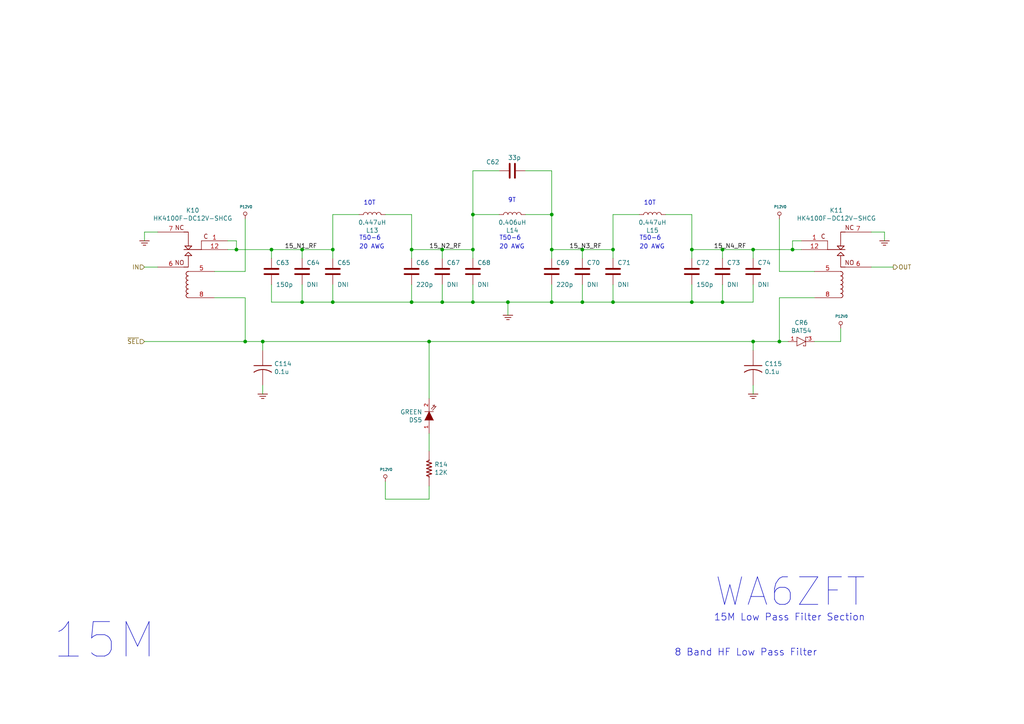
<source format=kicad_sch>
(kicad_sch (version 20211123) (generator eeschema)
  (paper "A4")
  (title_block (rev "X4"))
  (lib_symbols
    (symbol "Device:C" (pin_numbers hide) (pin_names (offset 0.254))
      (property "Reference" "C" (at 0.635 2.54 0))
      (property "Value" "C" (at 0.635 -2.54 0))
      (symbol "C_0_1"
        (polyline (pts (xy -2.032 -0.762) (xy 2.032 -0.762)) (stroke (width 0.508)))
        (polyline (pts (xy -2.032 0.762) (xy 2.032 0.762)) (stroke (width 0.508)))
      )
      (symbol "C_1_1"
        (pin passive line (at 0 3.81 270) (length 2.794) (name "~") (number "1"))
        (pin passive line (at 0 -3.81 90) (length 2.794) (name "~") (number "2"))
      )
    )
    (symbol "Device:L" (pin_numbers hide) (pin_names (offset 1.016) hide)
      (property "Reference" "L" (at -1.27 0 90))
      (property "Value" "L" (at 1.905 0 90))
      (symbol "L_0_1"
        (arc (start 0 -2.54) (mid 0.635 -1.905) (end 0 -1.27))
        (arc (start 0 -1.27) (mid 0.635 -0.635) (end 0 0))
        (arc (start 0 0) (mid 0.635 0.635) (end 0 1.27))
        (arc (start 0 1.27) (mid 0.635 1.905) (end 0 2.54))
      )
      (symbol "L_1_1"
        (pin passive line (at 0 3.81 270) (length 1.27) (name "1") (number "1"))
        (pin passive line (at 0 -3.81 90) (length 1.27) (name "2") (number "2"))
      )
    )
    (symbol "custom:BAT54" (pin_names (offset 1.016) hide)
      (property "Reference" "CR" (at -2.286 1.905 0))
      (property "Value" "BAT54" (at -2.286 -3.429 0))
      (symbol "BAT54_1_0"
        (polyline (pts (xy -1.27 -1.27) (xy 1.27 0)))
        (polyline (pts (xy -1.27 1.27) (xy -1.27 -1.27)))
        (polyline (pts (xy 0.635 -1.016) (xy 0.635 -1.27)))
        (polyline (pts (xy 1.27 -1.27) (xy 0.635 -1.27)))
        (polyline (pts (xy 1.27 0) (xy -1.27 1.27)))
        (polyline (pts (xy 1.27 0) (xy 1.27 -1.27)))
        (polyline (pts (xy 1.27 1.27) (xy 1.27 0)))
        (polyline (pts (xy 1.905 1.27) (xy 1.27 1.27)))
        (polyline (pts (xy 1.905 1.27) (xy 1.905 1.016)))
      )
      (symbol "BAT54_1_1"
        (pin passive line (at -3.81 0 0) (length 2.54) (name "A") (number "1"))
        (pin no_connect line (at -1.27 -5.08 0) (length 5.08) hide (name "") (number "2"))
        (pin passive line (at 3.81 0 180) (length 2.54) (name "C") (number "3"))
      )
    )
    (symbol "custom:C_US" (pin_numbers hide) (pin_names (offset 0.254) hide)
      (property "Reference" "C" (at 1.27 2.54 0))
      (property "Value" "C_US" (at 1.27 -2.54 0))
      (symbol "C_US_0_1"
        (polyline (pts (xy -2.54 0.635) (xy 2.54 0.635) (xy 2.54 0.635)) (stroke (width 0.254)))
        (arc (start 2.54 -1.27) (mid 0 -0.5009) (end -2.54 -1.27) (stroke (width 0.254)))
      )
      (symbol "C_US_1_1"
        (pin passive line (at 0 5.08 270) (length 4.445) (name "~") (number "1"))
        (pin passive line (at 0 -5.08 90) (length 4.445) (name "~") (number "2"))
      )
    )
    (symbol "custom:GND_US" (power) (pin_names (offset 0))
      (symbol "GND_US_0_1"
        (polyline (pts (xy -1.397 0) (xy 1.397 0)) (stroke (width 0.2032)))
        (polyline (pts (xy -0.889 -0.635) (xy 0.889 -0.635)) (stroke (width 0.2032)))
        (polyline (pts (xy -0.381 -1.27) (xy 0.381 -1.27)) (stroke (width 0.2032)))
      )
      (symbol "GND_US_1_1"
        (pin power_in line (at 0 0 90) (length 0) hide (name "GND") (number "1"))
      )
    )
    (symbol "custom:LEDGRN-SAR" (pin_names (offset 1.016) hide)
      (property "Reference" "DS" (at 0 2.54 0))
      (property "Value" "LEDGRN-SAR" (at 0 -2.54 0))
      (symbol "LEDGRN-SAR_0_1"
        (polyline (pts (xy 1.27 1.27) (xy 1.27 -1.27)))
        (polyline (pts (xy -1.27 1.27) (xy 1.27 0) (xy -1.27 -1.27)) (fill (type outline)))
        (polyline (pts (xy 1.651 -1.016) (xy 2.794 -2.032) (xy 2.667 -1.397)))
        (polyline (pts (xy 2.032 -0.635) (xy 3.175 -1.651) (xy 3.048 -1.016)))
      )
      (symbol "LEDGRN-SAR_1_1"
        (pin passive line (at -5.08 0 0) (length 3.81) (name "A") (number "1"))
        (pin passive line (at 5.08 0 180) (length 3.81) (name "K") (number "2"))
      )
    )
    (symbol "custom:P12V0" (power) (pin_names (offset 0))
      (property "Value" "P12V0" (at 0 2.794 0))
      (symbol "P12V0_0_0"
        (pin power_in line (at 0 0 90) (length 0) hide (name "P12V0") (number "1"))
      )
      (symbol "P12V0_0_1"
        (polyline (pts (xy 0 0) (xy 0 1.016) (xy 0 1.016)))
        (circle (center 0 1.524) (radius 0.508))
      )
    )
    (symbol "custom:RELAY_SPDT_HK4100F_SERIES" (pin_names (offset 1.016))
      (property "Reference" "K" (at 0 -17.78 0))
      (property "Value" "RELAY_SPDT_HK4100F_SERIES" (at -1.27 8.89 0))
      (symbol "RELAY_SPDT_HK4100F_SERIES_0_0"
        (text "C" (at -2.54 3.81 0) (effects (font (size 1.27 1.27))))
        (text "NC" (at 5.08 6.35 0) (effects (font (size 1.27 1.27))))
        (text "NO" (at 5.08 -3.81 0) (effects (font (size 1.27 1.27))))
      )
      (symbol "RELAY_SPDT_HK4100F_SERIES_0_1"
        (polyline (pts (xy -1.27 2.54) (xy -1.27 0)))
      )
      (symbol "RELAY_SPDT_HK4100F_SERIES_1_1"
        (polyline (pts (xy -1.27 0) (xy 2.54 0)))
        (polyline (pts (xy -1.27 0) (xy 2.54 0)))
        (polyline (pts (xy 1.524 -1.7526) (xy 3.5306 -1.7526)))
        (polyline (pts (xy 1.524 -1.7526) (xy 3.5306 -1.7526)))
        (polyline (pts (xy 1.524 1.0414) (xy 3.5306 1.0414)))
        (polyline (pts (xy 1.524 1.0414) (xy 3.5306 1.0414)))
        (polyline (pts (xy 2.54 -2.54) (xy 2.54 -2.032)))
        (polyline (pts (xy 2.54 -2.54) (xy 2.54 -2.032)))
        (polyline (pts (xy 2.54 -2.032) (xy 2.54 -1.7526)))
        (polyline (pts (xy 2.54 -2.032) (xy 2.54 -1.7526)))
        (polyline (pts (xy 2.54 -0.762) (xy 1.524 -1.7526)))
        (polyline (pts (xy 2.54 -0.762) (xy 1.524 -1.7526)))
        (polyline (pts (xy 2.54 0) (xy 1.524 1.0414)))
        (polyline (pts (xy 2.54 0) (xy 1.524 1.0414)))
        (polyline (pts (xy 2.54 0) (xy 3.81 0)))
        (polyline (pts (xy 2.54 0) (xy 3.81 0)))
        (polyline (pts (xy 2.54 2.54) (xy 2.54 1.0414)))
        (polyline (pts (xy 2.54 2.54) (xy 2.54 1.0414)))
        (polyline (pts (xy 3.5306 -1.7526) (xy 2.54 -0.762)))
        (polyline (pts (xy 3.5306 -1.7526) (xy 2.54 -0.762)))
        (polyline (pts (xy 3.5306 1.0414) (xy 2.54 0)))
        (polyline (pts (xy 3.5306 1.0414) (xy 2.54 0)))
        (polyline (pts (xy 3.81 -5.08) (xy 2.54 -5.08) (xy 2.54 -2.54)))
        (polyline (pts (xy 3.81 -5.08) (xy 2.54 -5.08) (xy 2.54 -2.54)))
        (polyline (pts (xy 3.81 5.08) (xy 2.54 5.08) (xy 2.54 2.54)))
        (polyline (pts (xy 3.81 5.08) (xy 2.54 5.08) (xy 2.54 2.54)))
        (arc (start 2.54 -13.97) (mid 3.175 -13.335) (end 2.54 -12.7))
        (arc (start 2.54 -13.97) (mid 3.175 -13.335) (end 2.54 -12.7))
        (arc (start 2.54 -12.7) (mid 3.175 -12.065) (end 2.54 -11.43))
        (arc (start 2.54 -12.7) (mid 3.175 -12.065) (end 2.54 -11.43))
        (arc (start 2.54 -11.43) (mid 3.175 -10.795) (end 2.54 -10.16))
        (arc (start 2.54 -11.43) (mid 3.175 -10.795) (end 2.54 -10.16))
        (arc (start 2.54 -10.16) (mid 3.175 -9.525) (end 2.54 -8.89))
        (arc (start 2.54 -10.16) (mid 3.175 -9.525) (end 2.54 -8.89))
        (arc (start 2.54 -8.89) (mid 3.175 -8.255) (end 2.54 -7.62))
        (arc (start 2.54 -8.89) (mid 3.175 -8.255) (end 2.54 -7.62))
        (arc (start 2.54 -7.62) (mid 3.175 -6.985) (end 2.54 -6.35))
        (arc (start 2.54 -7.62) (mid 3.175 -6.985) (end 2.54 -6.35))
        (pin passive line (at -8.89 2.54 0) (length 7.62) (name "~") (number "1"))
        (pin passive line (at -8.89 0 0) (length 7.62) (name "~") (number "12"))
        (pin passive line (at -5.08 -6.35 0) (length 7.62) (name "~") (number "5"))
        (pin passive line (at 11.43 -5.08 180) (length 7.62) (name "~") (number "6"))
        (pin passive line (at 11.43 5.08 180) (length 7.62) (name "~") (number "7"))
        (pin passive line (at -5.08 -13.97 0) (length 7.62) (name "~") (number "8"))
      )
    )
    (symbol "custom:R_US" (pin_numbers hide) (pin_names (offset 1.016) hide)
      (property "Reference" "R" (at 2.032 0 90))
      (property "Value" "R_US" (at -2.032 0 90))
      (symbol "R_US_0_0"
        (polyline (pts (xy 0 -2.54) (xy 0 -2.54) (xy 0 -2.286) (xy -0.762 -2.032) (xy 0.762 -1.524) (xy -0.762 -1.016) (xy 0.762 -0.508) (xy -0.762 0) (xy 0.762 0.508) (xy -0.762 1.016) (xy 0.762 1.524) (xy -0.762 2.032) (xy 0 2.286) (xy 0 2.54) (xy 0 2.54)) (stroke (width 0.254)))
      )
      (symbol "R_US_1_1"
        (pin passive line (at 0 5.08 270) (length 2.54) (name "~") (number "1"))
        (pin passive line (at 0 -5.08 90) (length 2.54) (name "~") (number "2"))
      )
    )
  )
  (junction (at 177.8 87.63))
  (junction (at 78.74 72.39))
  (junction (at 226.06 99.06))
  (junction (at 137.16 72.39))
  (junction (at 124.46 99.06))
  (junction (at 119.38 72.39))
  (junction (at 128.27 72.39))
  (junction (at 87.63 72.39))
  (junction (at 71.12 99.06))
  (junction (at 68.58 72.39))
  (junction (at 200.66 87.63))
  (junction (at 168.91 72.39))
  (junction (at 119.38 87.63))
  (junction (at 218.44 99.06))
  (junction (at 168.91 87.63))
  (junction (at 200.66 72.39))
  (junction (at 160.02 72.39))
  (junction (at 137.16 87.63))
  (junction (at 76.2 99.06))
  (junction (at 128.27 87.63))
  (junction (at 160.02 62.23))
  (junction (at 160.02 87.63))
  (junction (at 96.52 72.39))
  (junction (at 87.63 87.63))
  (junction (at 177.8 72.39))
  (junction (at 96.52 87.63))
  (junction (at 147.32 87.63))
  (junction (at 137.16 62.23))
  (junction (at 209.55 87.63))
  (junction (at 229.87 72.39))
  (junction (at 209.55 72.39))
  (junction (at 218.44 72.39))
  (wire (pts (xy 177.8 62.23) (xy 177.8 72.39)))
  (wire (pts (xy 160.02 62.23) (xy 160.02 72.39)))
  (wire (pts (xy 147.32 87.63) (xy 160.02 87.63)))
  (wire (pts (xy 160.02 82.55) (xy 160.02 87.63)))
  (wire (pts (xy 243.84 99.06) (xy 243.84 95.25)))
  (wire (pts (xy 236.22 78.74) (xy 226.06 78.74)))
  (wire (pts (xy 45.72 67.31) (xy 41.91 67.31)))
  (wire (pts (xy 226.06 99.06) (xy 226.06 86.36)))
  (wire (pts (xy 232.41 69.85) (xy 229.87 69.85)))
  (wire (pts (xy 124.46 140.97) (xy 124.46 144.78)))
  (wire (pts (xy 137.16 87.63) (xy 147.32 87.63)))
  (wire (pts (xy 68.58 69.85) (xy 68.58 72.39)))
  (wire (pts (xy 78.74 74.93) (xy 78.74 72.39)))
  (wire (pts (xy 252.73 77.47) (xy 259.08 77.47)))
  (wire (pts (xy 68.58 72.39) (xy 78.74 72.39)))
  (wire (pts (xy 71.12 99.06) (xy 41.91 99.06)))
  (wire (pts (xy 200.66 87.63) (xy 209.55 87.63)))
  (wire (pts (xy 137.16 49.53) (xy 137.16 62.23)))
  (wire (pts (xy 226.06 78.74) (xy 226.06 63.5)))
  (wire (pts (xy 168.91 82.55) (xy 168.91 87.63)))
  (wire (pts (xy 119.38 72.39) (xy 119.38 74.93)))
  (wire (pts (xy 62.23 78.74) (xy 71.12 78.74)))
  (wire (pts (xy 209.55 74.93) (xy 209.55 72.39)))
  (wire (pts (xy 111.76 144.78) (xy 111.76 139.7)))
  (wire (pts (xy 119.38 72.39) (xy 128.27 72.39)))
  (wire (pts (xy 177.8 82.55) (xy 177.8 87.63)))
  (wire (pts (xy 124.46 99.06) (xy 218.44 99.06)))
  (wire (pts (xy 168.91 74.93) (xy 168.91 72.39)))
  (wire (pts (xy 160.02 87.63) (xy 168.91 87.63)))
  (wire (pts (xy 160.02 72.39) (xy 160.02 74.93)))
  (wire (pts (xy 128.27 72.39) (xy 137.16 72.39)))
  (wire (pts (xy 87.63 74.93) (xy 87.63 72.39)))
  (wire (pts (xy 78.74 87.63) (xy 87.63 87.63)))
  (wire (pts (xy 76.2 111.76) (xy 76.2 114.3)))
  (wire (pts (xy 62.23 86.36) (xy 71.12 86.36)))
  (wire (pts (xy 78.74 72.39) (xy 87.63 72.39)))
  (wire (pts (xy 124.46 144.78) (xy 111.76 144.78)))
  (wire (pts (xy 200.66 82.55) (xy 200.66 87.63)))
  (wire (pts (xy 229.87 69.85) (xy 229.87 72.39)))
  (wire (pts (xy 87.63 82.55) (xy 87.63 87.63)))
  (wire (pts (xy 137.16 82.55) (xy 137.16 87.63)))
  (wire (pts (xy 177.8 72.39) (xy 177.8 74.93)))
  (wire (pts (xy 168.91 87.63) (xy 177.8 87.63)))
  (wire (pts (xy 119.38 87.63) (xy 128.27 87.63)))
  (wire (pts (xy 96.52 62.23) (xy 96.52 72.39)))
  (wire (pts (xy 87.63 72.39) (xy 96.52 72.39)))
  (wire (pts (xy 111.76 62.23) (xy 119.38 62.23)))
  (wire (pts (xy 41.91 67.31) (xy 41.91 69.85)))
  (wire (pts (xy 218.44 99.06) (xy 226.06 99.06)))
  (wire (pts (xy 152.4 49.53) (xy 160.02 49.53)))
  (wire (pts (xy 256.54 67.31) (xy 256.54 69.85)))
  (wire (pts (xy 185.42 62.23) (xy 177.8 62.23)))
  (wire (pts (xy 96.52 72.39) (xy 96.52 74.93)))
  (wire (pts (xy 177.8 72.39) (xy 168.91 72.39)))
  (wire (pts (xy 229.87 72.39) (xy 218.44 72.39)))
  (wire (pts (xy 209.55 72.39) (xy 200.66 72.39)))
  (wire (pts (xy 218.44 111.76) (xy 218.44 114.3)))
  (wire (pts (xy 71.12 78.74) (xy 71.12 63.5)))
  (wire (pts (xy 218.44 74.93) (xy 218.44 72.39)))
  (wire (pts (xy 137.16 74.93) (xy 137.16 72.39)))
  (wire (pts (xy 128.27 87.63) (xy 137.16 87.63)))
  (wire (pts (xy 152.4 62.23) (xy 160.02 62.23)))
  (wire (pts (xy 119.38 82.55) (xy 119.38 87.63)))
  (wire (pts (xy 76.2 101.6) (xy 76.2 99.06)))
  (wire (pts (xy 252.73 67.31) (xy 256.54 67.31)))
  (wire (pts (xy 218.44 87.63) (xy 218.44 82.55)))
  (wire (pts (xy 104.14 62.23) (xy 96.52 62.23)))
  (wire (pts (xy 96.52 87.63) (xy 119.38 87.63)))
  (wire (pts (xy 96.52 82.55) (xy 96.52 87.63)))
  (wire (pts (xy 128.27 82.55) (xy 128.27 87.63)))
  (wire (pts (xy 128.27 74.93) (xy 128.27 72.39)))
  (wire (pts (xy 168.91 72.39) (xy 160.02 72.39)))
  (wire (pts (xy 147.32 91.44) (xy 147.32 87.63)))
  (wire (pts (xy 124.46 115.57) (xy 124.46 99.06)))
  (wire (pts (xy 76.2 99.06) (xy 124.46 99.06)))
  (wire (pts (xy 160.02 49.53) (xy 160.02 62.23)))
  (wire (pts (xy 218.44 72.39) (xy 209.55 72.39)))
  (wire (pts (xy 200.66 74.93) (xy 200.66 72.39)))
  (wire (pts (xy 236.22 99.06) (xy 243.84 99.06)))
  (wire (pts (xy 177.8 87.63) (xy 200.66 87.63)))
  (wire (pts (xy 71.12 99.06) (xy 76.2 99.06)))
  (wire (pts (xy 200.66 72.39) (xy 200.66 62.23)))
  (wire (pts (xy 119.38 62.23) (xy 119.38 72.39)))
  (wire (pts (xy 45.72 77.47) (xy 41.91 77.47)))
  (wire (pts (xy 144.78 49.53) (xy 137.16 49.53)))
  (wire (pts (xy 78.74 82.55) (xy 78.74 87.63)))
  (wire (pts (xy 226.06 86.36) (xy 236.22 86.36)))
  (wire (pts (xy 209.55 87.63) (xy 218.44 87.63)))
  (wire (pts (xy 137.16 62.23) (xy 137.16 72.39)))
  (wire (pts (xy 228.6 99.06) (xy 226.06 99.06)))
  (wire (pts (xy 66.04 72.39) (xy 68.58 72.39)))
  (wire (pts (xy 209.55 82.55) (xy 209.55 87.63)))
  (wire (pts (xy 66.04 69.85) (xy 68.58 69.85)))
  (wire (pts (xy 144.78 62.23) (xy 137.16 62.23)))
  (wire (pts (xy 232.41 72.39) (xy 229.87 72.39)))
  (wire (pts (xy 71.12 86.36) (xy 71.12 99.06)))
  (wire (pts (xy 193.04 62.23) (xy 200.66 62.23)))
  (wire (pts (xy 218.44 101.6) (xy 218.44 99.06)))
  (wire (pts (xy 124.46 125.73) (xy 124.46 130.81)))
  (wire (pts (xy 87.63 87.63) (xy 96.52 87.63)))
  (text "20 AWG" (at 144.78 72.39 0) (effects (font (size 1.27 1.27)) (justify left bottom)))
  (text "T50-6" (at 104.14 69.85 0) (effects (font (size 1.27 1.27)) (justify left bottom)))
  (text "T50-6" (at 144.78 69.85 0) (effects (font (size 1.27 1.27)) (justify left bottom)))
  (text "T50-6" (at 185.42 69.85 0) (effects (font (size 1.27 1.27)) (justify left bottom)))
  (text "10T" (at 105.41 59.69 0) (effects (font (size 1.27 1.27)) (justify left bottom)))
  (text "15M Low Pass Filter Section" (at 207.01 180.34 0) (effects (font (size 2.0066 2.0066)) (justify left bottom)))
  (text "9T\n\n" (at 147.32 60.96 0) (effects (font (size 1.27 1.27)) (justify left bottom)))
  (text "15M" (at 45.72 191.77 180) (effects (font (size 10.0076 10.0076)) (justify right bottom)))
  (text "8 Band HF Low Pass Filter" (at 195.58 190.5 0) (effects (font (size 2.0066 2.0066)) (justify left bottom)))
  (text "10T\n" (at 186.69 59.69 0) (effects (font (size 1.27 1.27)) (justify left bottom)))
  (text "20 AWG" (at 104.14 72.39 0) (effects (font (size 1.27 1.27)) (justify left bottom)))
  (text "WA6ZFT" (at 207.01 176.53 0) (effects (font (size 8.001 8.001)) (justify left bottom)))
  (text "20 AWG" (at 185.42 72.39 0) (effects (font (size 1.27 1.27)) (justify left bottom)))
  (label "15_N3_RF" (at 165.1 72.39 0))
  (label "15_N1_RF" (at 82.55 72.39 0))
  (label "15_N4_RF" (at 207.01 72.39 0))
  (label "15_N2_RF" (at 124.46 72.39 0))
  (hierarchical_label "OUT" (shape output) (at 259.08 77.47 0))
  (hierarchical_label "~{SEL}" (shape input) (at 41.91 99.06 180))
  (hierarchical_label "IN" (shape input) (at 41.91 77.47 180))
  (symbol (lib_id "Device:L") (at 148.59 62.23 90) (unit 1)
    (property "Reference" "L14" (at 148.59 66.8274 90))
    (property "Value" "0.406uH" (at 148.59 64.516 90))
    (property "Footprint" "mods:TOROID_T50_VERT" (effects hide))
    (property "PartNumber" "800234-506" (effects hide))
  )
  (symbol (lib_id "Device:L") (at 189.23 62.23 90) (unit 1)
    (property "Reference" "L15" (at 189.23 66.8274 90))
    (property "Value" "0.447uH" (at 189.23 64.516 90))
    (property "Footprint" "mods:TOROID_T50_VERT" (effects hide))
    (property "PartNumber" "800234-506" (effects hide))
  )
  (symbol (lib_id "Device:L") (at 107.95 62.23 90) (unit 1)
    (property "Reference" "L13" (at 107.95 66.8274 90))
    (property "Value" "0.447uH" (at 107.95 64.516 90))
    (property "Footprint" "mods:TOROID_T50_VERT" (effects hide))
    (property "PartNumber" "800234-506" (effects hide))
  )
  (symbol (lib_id "custom:GND_US") (at 147.32 91.44 0) (unit 1)
    (property "Reference" "#PWR0149" (effects hide))
    (property "Value" "GND_US" (effects hide))
  )
  (symbol (lib_id "custom:GND_US") (at 41.91 69.85 0) (unit 1)
    (property "Reference" "#PWR0150" (effects hide))
    (property "Value" "GND_US" (effects hide))
  )
  (symbol (lib_id "custom:GND_US") (at 256.54 69.85 0) (unit 1)
    (property "Reference" "#PWR0151" (effects hide))
    (property "Value" "GND_US" (effects hide))
  )
  (symbol (lib_id "custom:P12V0") (at 71.12 63.5 0) (unit 1)
    (property "Reference" "#PWR0152" (effects hide))
    (property "Value" "P12V0" (at 71.3486 59.9948 0) (effects (font (size 0.762 0.762))))
  )
  (symbol (lib_id "custom:P12V0") (at 226.06 63.5 0) (unit 1)
    (property "Reference" "#PWR0153" (effects hide))
    (property "Value" "P12V0" (at 226.2886 59.9948 0) (effects (font (size 0.762 0.762))))
  )
  (symbol (lib_id "custom:BAT54") (at 232.41 99.06 0) (unit 1)
    (property "Reference" "CR6" (at 232.41 93.599 0))
    (property "Value" "BAT54" (at 232.41 95.9104 0))
    (property "Footprint" "mods:SOT23-3-SAR-V2" (effects hide))
    (property "PartNumber" "800127-101" (effects hide))
  )
  (symbol (lib_id "custom:P12V0") (at 243.84 95.25 0) (unit 1)
    (property "Reference" "#PWR0154" (effects hide))
    (property "Value" "P12V0" (at 244.0686 91.7448 0) (effects (font (size 0.762 0.762))))
  )
  (symbol (lib_id "Device:C") (at 96.52 78.74 0) (unit 1)
    (property "Reference" "C65" (at 97.79 76.2 0) (effects (justify left)))
    (property "Value" "DNI" (at 97.79 82.55 0) (effects (justify left)))
    (property "Footprint" "mods:CC0805" (effects hide))
    (property "PartNumber" "800XXX-XXX" (effects hide))
  )
  (symbol (lib_id "Device:C") (at 78.74 78.74 0) (unit 1)
    (property "Reference" "C63" (at 80.01 76.2 0) (effects (justify left)))
    (property "Value" "150p" (at 80.01 82.55 0) (effects (justify left)))
    (property "Footprint" "mods:CC0805" (effects hide))
    (property "PartNumber" "800232-151" (effects hide))
  )
  (symbol (lib_id "Device:C") (at 148.59 49.53 270) (unit 1)
    (property "Reference" "C62" (at 140.97 46.99 90) (effects (justify left)))
    (property "Value" "33p" (at 147.32 45.72 90) (effects (justify left)))
    (property "Footprint" "mods:CC0805" (effects hide))
    (property "PartNumber" "800232-330" (effects hide))
  )
  (symbol (lib_id "custom:LEDGRN-SAR") (at 124.46 120.65 90) (unit 1)
    (property "Reference" "DS5" (at 122.4788 121.8184 90) (effects (justify left)))
    (property "Value" "GREEN" (at 122.4788 119.507 90) (effects (justify left)))
    (property "Footprint" "LED0805" (effects hide))
    (property "PartNumber" "800113-102" (effects hide))
  )
  (symbol (lib_id "custom:R_US") (at 124.46 135.89 0) (unit 1)
    (property "Reference" "R14" (at 125.984 134.7216 0) (effects (justify left)))
    (property "Value" "12K" (at 125.984 137.033 0) (effects (justify left)))
    (property "Footprint" "mods:RC0805" (effects hide))
    (property "PartNumber" "800XXX-XXX" (effects hide))
  )
  (symbol (lib_id "custom:P12V0") (at 111.76 139.7 0) (unit 1)
    (property "Reference" "#PWR0155" (effects hide))
    (property "Value" "P12V0" (at 111.9886 136.1948 0) (effects (font (size 0.762 0.762))))
  )
  (symbol (lib_id "custom:RELAY_SPDT_HK4100F_SERIES") (at 57.15 72.39 0) (mirror y) (unit 1)
    (property "Reference" "K10" (at 55.88 61.0108 0))
    (property "Value" "HK4100F-DC12V-SHCG" (at 55.88 63.3222 0))
    (property "Footprint" "mods:RELAY_HK4100" (effects hide))
    (property "PartNumber" "800231-101" (effects hide))
  )
  (symbol (lib_id "custom:RELAY_SPDT_HK4100F_SERIES") (at 241.3 72.39 0) (unit 1)
    (property "Reference" "K11" (at 242.57 61.0108 0))
    (property "Value" "HK4100F-DC12V-SHCG" (at 242.57 63.3222 0))
    (property "Footprint" "mods:RELAY_HK4100" (effects hide))
    (property "PartNumber" "800231-101" (effects hide))
  )
  (symbol (lib_id "Device:C") (at 137.16 78.74 0) (unit 1)
    (property "Reference" "C68" (at 138.43 76.2 0) (effects (justify left)))
    (property "Value" "DNI" (at 138.43 82.55 0) (effects (justify left)))
    (property "Footprint" "mods:CC0805" (effects hide))
    (property "PartNumber" "800XXX-XXX" (effects hide))
  )
  (symbol (lib_id "Device:C") (at 177.8 78.74 0) (unit 1)
    (property "Reference" "C71" (at 179.07 76.2 0) (effects (justify left)))
    (property "Value" "DNI" (at 179.07 82.55 0) (effects (justify left)))
    (property "Footprint" "mods:CC0805" (effects hide))
    (property "PartNumber" "800XXX-XXX" (effects hide))
  )
  (symbol (lib_id "Device:C") (at 218.44 78.74 0) (unit 1)
    (property "Reference" "C74" (at 219.71 76.2 0) (effects (justify left)))
    (property "Value" "DNI" (at 219.71 82.55 0) (effects (justify left)))
    (property "Footprint" "mods:CC0805" (effects hide))
    (property "PartNumber" "800XXX-XXX" (effects hide))
  )
  (symbol (lib_id "Device:C") (at 119.38 78.74 0) (unit 1)
    (property "Reference" "C66" (at 120.65 76.2 0) (effects (justify left)))
    (property "Value" "220p" (at 120.65 82.55 0) (effects (justify left)))
    (property "Footprint" "mods:CC0805" (effects hide))
    (property "PartNumber" "800232-221" (effects hide))
  )
  (symbol (lib_id "Device:C") (at 87.63 78.74 0) (unit 1)
    (property "Reference" "C64" (at 88.9 76.2 0) (effects (justify left)))
    (property "Value" "DNI" (at 88.9 82.55 0) (effects (justify left)))
    (property "Footprint" "mods:CC0805" (effects hide))
    (property "PartNumber" "800XXX-XXX" (effects hide))
  )
  (symbol (lib_id "Device:C") (at 128.27 78.74 0) (unit 1)
    (property "Reference" "C67" (at 129.54 76.2 0) (effects (justify left)))
    (property "Value" "DNI" (at 129.54 82.55 0) (effects (justify left)))
    (property "Footprint" "mods:CC0805" (effects hide))
    (property "PartNumber" "800XXX-XXX" (effects hide))
  )
  (symbol (lib_id "Device:C") (at 168.91 78.74 0) (unit 1)
    (property "Reference" "C70" (at 170.18 76.2 0) (effects (justify left)))
    (property "Value" "DNI" (at 170.18 82.55 0) (effects (justify left)))
    (property "Footprint" "mods:CC0805" (effects hide))
    (property "PartNumber" "800XXX-XXX" (effects hide))
  )
  (symbol (lib_id "Device:C") (at 209.55 78.74 0) (unit 1)
    (property "Reference" "C73" (at 210.82 76.2 0) (effects (justify left)))
    (property "Value" "DNI" (at 210.82 82.55 0) (effects (justify left)))
    (property "Footprint" "mods:CC0805" (effects hide))
    (property "PartNumber" "800XXX-XXX" (effects hide))
  )
  (symbol (lib_id "Device:C") (at 200.66 78.74 0) (unit 1)
    (property "Reference" "C72" (at 201.93 76.2 0) (effects (justify left)))
    (property "Value" "150p" (at 201.93 82.55 0) (effects (justify left)))
    (property "Footprint" "mods:CC0805" (effects hide))
    (property "PartNumber" "800232-151" (effects hide))
  )
  (symbol (lib_id "Device:C") (at 160.02 78.74 0) (unit 1)
    (property "Reference" "C69" (at 161.29 76.2 0) (effects (justify left)))
    (property "Value" "220p" (at 161.29 82.55 0) (effects (justify left)))
    (property "Footprint" "mods:CC0805" (effects hide))
    (property "PartNumber" "800232-221" (effects hide))
  )
  (symbol (lib_id "custom:C_US") (at 76.2 106.68 0) (unit 1)
    (property "Reference" "C114" (at 79.502 105.5116 0) (effects (justify left)))
    (property "Value" "0.1u" (at 79.502 107.823 0) (effects (justify left)))
    (property "Footprint" "mods:CC0805" (effects hide))
    (property "PartNumber" "800063-XXX" (effects hide))
  )
  (symbol (lib_id "custom:GND_US") (at 76.2 114.3 0) (unit 1)
    (property "Reference" "#PWR0186" (effects hide))
    (property "Value" "GND_US" (effects hide))
  )
  (symbol (lib_id "custom:C_US") (at 218.44 106.68 0) (unit 1)
    (property "Reference" "C115" (at 221.742 105.5116 0) (effects (justify left)))
    (property "Value" "0.1u" (at 221.742 107.823 0) (effects (justify left)))
    (property "Footprint" "mods:CC0805" (effects hide))
    (property "PartNumber" "800063-XXX" (effects hide))
  )
  (symbol (lib_id "custom:GND_US") (at 218.44 114.3 0) (unit 1)
    (property "Reference" "#PWR0187" (effects hide))
    (property "Value" "GND_US" (effects hide))
  )
)
</source>
